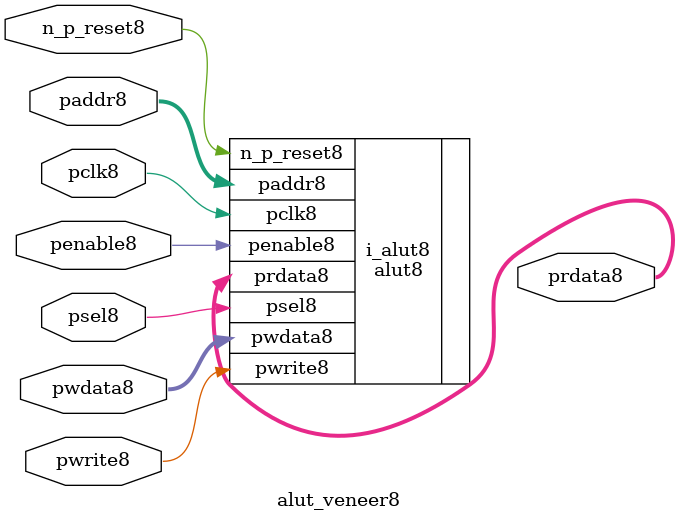
<source format=v>
module alut_veneer8
(   
   // Inputs8
   pclk8,
   n_p_reset8,
   psel8,            
   penable8,       
   pwrite8,         
   paddr8,           
   pwdata8,          

   // Outputs8
   prdata8  
);

   // APB8 Inputs8
   input             pclk8;               // APB8 clock8                          
   input             n_p_reset8;          // Reset8                              
   input             psel8;               // Module8 select8 signal8               
   input             penable8;            // Enable8 signal8                      
   input             pwrite8;             // Write when HIGH8 and read when LOW8  
   input [6:0]       paddr8;              // Address bus for read write         
   input [31:0]      pwdata8;             // APB8 write bus                      

   output [31:0]     prdata8;             // APB8 read bus                       


//-----------------------------------------------------------------------
//##############################################################################
// if the ALUT8 is NOT8 black8 boxed8 
//##############################################################################
`ifndef FV_KIT_BLACK_BOX_LUT8 


alut8 i_alut8 (
        //inputs8
        . n_p_reset8(n_p_reset8),
        . pclk8(pclk8),
        . psel8(psel8),
        . penable8(penable8),
        . pwrite8(pwrite8),
        . paddr8(paddr8[6:0]),
        . pwdata8(pwdata8),

        //outputs8
        . prdata8(prdata8)
);


`else 
//##############################################################################
// if the <module> is black8 boxed8 
//##############################################################################

   // APB8 Inputs8
   wire              pclk8;               // APB8 clock8                          
   wire              n_p_reset8;          // Reset8                              
   wire              psel8;               // Module8 select8 signal8               
   wire              penable8;            // Enable8 signal8                      
   wire              pwrite8;             // Write when HIGH8 and read when LOW8  
   wire  [6:0]       paddr8;              // Address bus for read write         
   wire  [31:0]      pwdata8;             // APB8 write bus                      

   reg   [31:0]      prdata8;             // APB8 read bus                       


`endif

endmodule

</source>
